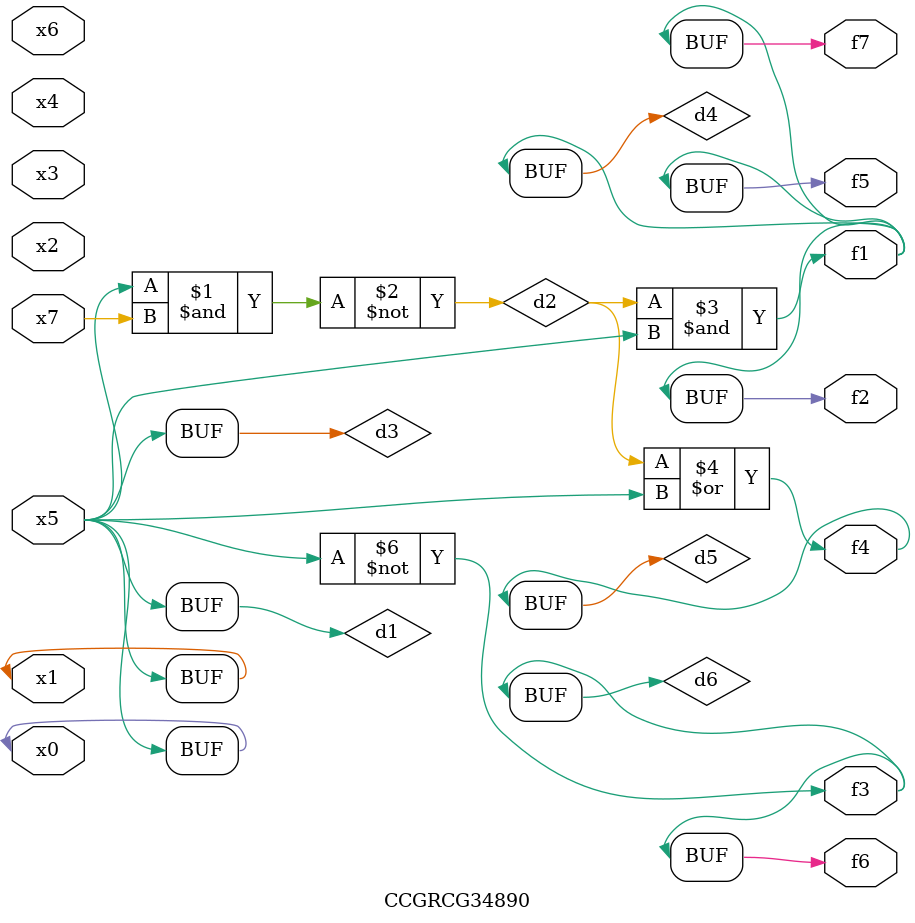
<source format=v>
module CCGRCG34890(
	input x0, x1, x2, x3, x4, x5, x6, x7,
	output f1, f2, f3, f4, f5, f6, f7
);

	wire d1, d2, d3, d4, d5, d6;

	buf (d1, x0, x5);
	nand (d2, x5, x7);
	buf (d3, x0, x1);
	and (d4, d2, d3);
	or (d5, d2, d3);
	nor (d6, d1, d3);
	assign f1 = d4;
	assign f2 = d4;
	assign f3 = d6;
	assign f4 = d5;
	assign f5 = d4;
	assign f6 = d6;
	assign f7 = d4;
endmodule

</source>
